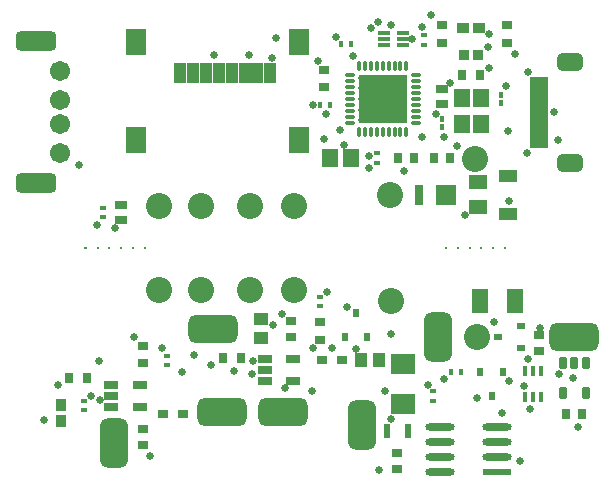
<source format=gbr>
G04*
G04 #@! TF.GenerationSoftware,Altium Limited,Altium Designer,24.9.1 (31)*
G04*
G04 Layer_Color=8388736*
%FSLAX44Y44*%
%MOMM*%
G71*
G04*
G04 #@! TF.SameCoordinates,4108D936-EA1F-4614-87FC-E1DBC89B4A7E*
G04*
G04*
G04 #@! TF.FilePolarity,Negative*
G04*
G01*
G75*
%ADD20R,0.5590X0.7240*%
%ADD24R,0.8121X0.6587*%
%ADD25R,0.4000X0.5000*%
%ADD26R,0.8000X0.9000*%
%ADD27R,0.9000X0.8000*%
%ADD28R,0.6587X0.8121*%
%ADD29R,0.5000X0.4000*%
%ADD30R,0.9582X1.1061*%
%ADD31R,0.9000X0.8000*%
G04:AMPARAMS|DCode=32|XSize=2.4692mm|YSize=0.6221mm|CornerRadius=0.3111mm|HoleSize=0mm|Usage=FLASHONLY|Rotation=180.000|XOffset=0mm|YOffset=0mm|HoleType=Round|Shape=RoundedRectangle|*
%AMROUNDEDRECTD32*
21,1,2.4692,0.0000,0,0,180.0*
21,1,1.8470,0.6221,0,0,180.0*
1,1,0.6221,-0.9235,0.0000*
1,1,0.6221,0.9235,0.0000*
1,1,0.6221,0.9235,0.0000*
1,1,0.6221,-0.9235,0.0000*
%
%ADD32ROUNDEDRECTD32*%
%ADD33R,2.4692X0.6221*%
%ADD34R,1.6000X1.0000*%
%ADD35R,0.6000X1.2500*%
%ADD40R,1.1061X0.9582*%
%ADD41R,0.9900X0.3000*%
%ADD42R,1.4546X1.5562*%
%ADD44R,0.4627X0.5541*%
%ADD46R,0.8061X0.8582*%
%ADD49R,0.7240X0.5590*%
%ADD50R,1.6032X0.5032*%
%ADD51R,1.6532X2.2032*%
%ADD52R,1.0032X1.7032*%
%ADD53R,2.1032X1.6532*%
%ADD54R,1.3532X2.0032*%
%ADD55R,1.1032X1.2532*%
%ADD56R,0.4000X0.9000*%
%ADD57R,1.0032X0.8032*%
G04:AMPARAMS|DCode=58|XSize=0.7532mm|YSize=1.0032mm|CornerRadius=0.1511mm|HoleSize=0mm|Usage=FLASHONLY|Rotation=0.000|XOffset=0mm|YOffset=0mm|HoleType=Round|Shape=RoundedRectangle|*
%AMROUNDEDRECTD58*
21,1,0.7532,0.7010,0,0,0.0*
21,1,0.4510,1.0032,0,0,0.0*
1,1,0.3022,0.2255,-0.3505*
1,1,0.3022,-0.2255,-0.3505*
1,1,0.3022,-0.2255,0.3505*
1,1,0.3022,0.2255,0.3505*
%
%ADD58ROUNDEDRECTD58*%
%ADD59R,1.2032X0.8032*%
%ADD60R,1.1532X1.1032*%
%ADD61R,1.5032X1.3032*%
%ADD62R,4.1000X4.1000*%
G04:AMPARAMS|DCode=63|XSize=0.28mm|YSize=0.9mm|CornerRadius=0.14mm|HoleSize=0mm|Usage=FLASHONLY|Rotation=270.000|XOffset=0mm|YOffset=0mm|HoleType=Round|Shape=RoundedRectangle|*
%AMROUNDEDRECTD63*
21,1,0.2800,0.6200,0,0,270.0*
21,1,0.0000,0.9000,0,0,270.0*
1,1,0.2800,-0.3100,0.0000*
1,1,0.2800,-0.3100,0.0000*
1,1,0.2800,0.3100,0.0000*
1,1,0.2800,0.3100,0.0000*
%
%ADD63ROUNDEDRECTD63*%
G04:AMPARAMS|DCode=64|XSize=0.9mm|YSize=0.28mm|CornerRadius=0.14mm|HoleSize=0mm|Usage=FLASHONLY|Rotation=270.000|XOffset=0mm|YOffset=0mm|HoleType=Round|Shape=RoundedRectangle|*
%AMROUNDEDRECTD64*
21,1,0.9000,0.0000,0,0,270.0*
21,1,0.6200,0.2800,0,0,270.0*
1,1,0.2800,0.0000,-0.3100*
1,1,0.2800,0.0000,0.3100*
1,1,0.2800,0.0000,0.3100*
1,1,0.2800,0.0000,-0.3100*
%
%ADD64ROUNDEDRECTD64*%
%ADD65R,1.3532X1.6032*%
%ADD66R,0.7032X1.7272*%
%ADD67R,1.7272X1.7272*%
G04:AMPARAMS|DCode=68|XSize=2.2032mm|YSize=1.5032mm|CornerRadius=0.4266mm|HoleSize=0mm|Usage=FLASHONLY|Rotation=180.000|XOffset=0mm|YOffset=0mm|HoleType=Round|Shape=RoundedRectangle|*
%AMROUNDEDRECTD68*
21,1,2.2032,0.6500,0,0,180.0*
21,1,1.3500,1.5032,0,0,180.0*
1,1,0.8532,-0.6750,0.3250*
1,1,0.8532,0.6750,0.3250*
1,1,0.8532,0.6750,-0.3250*
1,1,0.8532,-0.6750,-0.3250*
%
%ADD68ROUNDEDRECTD68*%
%ADD69C,1.7032*%
%ADD70C,0.2032*%
G04:AMPARAMS|DCode=71|XSize=4.2032mm|YSize=2.4032mm|CornerRadius=0.6516mm|HoleSize=0mm|Usage=FLASHONLY|Rotation=90.000|XOffset=0mm|YOffset=0mm|HoleType=Round|Shape=RoundedRectangle|*
%AMROUNDEDRECTD71*
21,1,4.2032,1.1000,0,0,90.0*
21,1,2.9000,2.4032,0,0,90.0*
1,1,1.3032,0.5500,1.4500*
1,1,1.3032,0.5500,-1.4500*
1,1,1.3032,-0.5500,-1.4500*
1,1,1.3032,-0.5500,1.4500*
%
%ADD71ROUNDEDRECTD71*%
G04:AMPARAMS|DCode=72|XSize=3.4532mm|YSize=1.7032mm|CornerRadius=0.4766mm|HoleSize=0mm|Usage=FLASHONLY|Rotation=0.000|XOffset=0mm|YOffset=0mm|HoleType=Round|Shape=RoundedRectangle|*
%AMROUNDEDRECTD72*
21,1,3.4532,0.7500,0,0,0.0*
21,1,2.5000,1.7032,0,0,0.0*
1,1,0.9532,1.2500,-0.3750*
1,1,0.9532,-1.2500,-0.3750*
1,1,0.9532,-1.2500,0.3750*
1,1,0.9532,1.2500,0.3750*
%
%ADD72ROUNDEDRECTD72*%
G04:AMPARAMS|DCode=73|XSize=4.2032mm|YSize=2.4032mm|CornerRadius=0.6516mm|HoleSize=0mm|Usage=FLASHONLY|Rotation=180.000|XOffset=0mm|YOffset=0mm|HoleType=Round|Shape=RoundedRectangle|*
%AMROUNDEDRECTD73*
21,1,4.2032,1.1000,0,0,180.0*
21,1,2.9000,2.4032,0,0,180.0*
1,1,1.3032,-1.4500,0.5500*
1,1,1.3032,1.4500,0.5500*
1,1,1.3032,1.4500,-0.5500*
1,1,1.3032,-1.4500,-0.5500*
%
%ADD73ROUNDEDRECTD73*%
%ADD74C,0.6532*%
%ADD75C,0.5000*%
%ADD76C,2.2032*%
D20*
X21190Y-170435D02*
D03*
X30690Y-190125D02*
D03*
X11690D02*
D03*
X136190Y-240125D02*
D03*
X126690Y-220435D02*
D03*
X145690D02*
D03*
D24*
X-33810Y-190047D02*
D03*
Y-176513D02*
D03*
X176190Y-188513D02*
D03*
Y-202047D02*
D03*
X-158810Y-268513D02*
D03*
Y-282047D02*
D03*
X56190Y-288513D02*
D03*
Y-302047D02*
D03*
D25*
X102190Y-220280D02*
D03*
X110190D02*
D03*
X-9000Y6000D02*
D03*
X-1000D02*
D03*
X9000Y58000D02*
D03*
X17000D02*
D03*
D26*
X-91310Y-208280D02*
D03*
X-76310D02*
D03*
X-221310Y-225280D02*
D03*
X-206310D02*
D03*
X111500Y31000D02*
D03*
X126500D02*
D03*
D27*
X-8810Y-192780D02*
D03*
Y-177780D02*
D03*
X-158810Y-197780D02*
D03*
Y-212780D02*
D03*
X149000Y58500D02*
D03*
Y73500D02*
D03*
X-6000Y21000D02*
D03*
Y36000D02*
D03*
X94000Y73500D02*
D03*
Y58500D02*
D03*
D28*
X212957Y-255280D02*
D03*
X199423D02*
D03*
X70767Y-39000D02*
D03*
X57233D02*
D03*
X100767D02*
D03*
X87233D02*
D03*
D29*
X86190Y-236280D02*
D03*
Y-244280D02*
D03*
X-8810Y-156280D02*
D03*
Y-164280D02*
D03*
X-208810Y-252519D02*
D03*
Y-244519D02*
D03*
X-138810Y-206280D02*
D03*
Y-214280D02*
D03*
X-193000Y-89000D02*
D03*
Y-81000D02*
D03*
X79000Y65000D02*
D03*
Y57000D02*
D03*
X39000Y-43000D02*
D03*
Y-35000D02*
D03*
D30*
X-228000Y-261761D02*
D03*
Y-248239D02*
D03*
D31*
X-142310Y-255280D02*
D03*
X-125310D02*
D03*
X9690Y-210280D02*
D03*
X-7310D02*
D03*
D32*
X92054Y-304330D02*
D03*
Y-291630D02*
D03*
Y-278930D02*
D03*
Y-266230D02*
D03*
X140326D02*
D03*
Y-278930D02*
D03*
Y-291630D02*
D03*
D33*
Y-304330D02*
D03*
D34*
X150000Y-86000D02*
D03*
Y-54000D02*
D03*
D35*
X47190Y-270280D02*
D03*
X65190D02*
D03*
D40*
X112239Y71000D02*
D03*
X125761D02*
D03*
D41*
X44950Y57000D02*
D03*
Y62000D02*
D03*
Y67000D02*
D03*
X61050D02*
D03*
Y62000D02*
D03*
Y57000D02*
D03*
D42*
X-1000Y-39000D02*
D03*
X17516D02*
D03*
D44*
X94000Y-12543D02*
D03*
Y-5457D02*
D03*
X144000Y14543D02*
D03*
Y7457D02*
D03*
D46*
X112989Y48000D02*
D03*
X125011D02*
D03*
D49*
X141345Y-190280D02*
D03*
X161035Y-180780D02*
D03*
Y-199780D02*
D03*
D50*
X176700Y27500D02*
D03*
Y22500D02*
D03*
Y17500D02*
D03*
Y12500D02*
D03*
Y7500D02*
D03*
Y2500D02*
D03*
Y-2500D02*
D03*
Y-7500D02*
D03*
Y-12500D02*
D03*
Y-17500D02*
D03*
Y-22500D02*
D03*
Y-27500D02*
D03*
D51*
X-27250Y-23500D02*
D03*
X-164750D02*
D03*
X-27250Y59500D02*
D03*
X-164750D02*
D03*
D52*
X-128050Y33500D02*
D03*
X-117050D02*
D03*
X-106050D02*
D03*
X-95050D02*
D03*
X-84050D02*
D03*
X-73050D02*
D03*
X-62050D02*
D03*
X-51050D02*
D03*
D53*
X61190Y-213530D02*
D03*
Y-247030D02*
D03*
D54*
X126690Y-160280D02*
D03*
X155690D02*
D03*
D55*
X25940Y-210280D02*
D03*
X40440D02*
D03*
D56*
X177690Y-241280D02*
D03*
X171190D02*
D03*
X164690D02*
D03*
Y-219280D02*
D03*
X171190D02*
D03*
X177690D02*
D03*
D57*
X-178000Y-91500D02*
D03*
Y-78500D02*
D03*
X94000Y6500D02*
D03*
Y19500D02*
D03*
D58*
X215690Y-212530D02*
D03*
X206190D02*
D03*
X196690D02*
D03*
Y-238030D02*
D03*
X215690D02*
D03*
D59*
X-161810Y-230780D02*
D03*
Y-249780D02*
D03*
X-185810D02*
D03*
Y-240280D02*
D03*
Y-230780D02*
D03*
X-31810Y-208780D02*
D03*
Y-227780D02*
D03*
X-55810D02*
D03*
Y-218280D02*
D03*
Y-208780D02*
D03*
D60*
X-58810Y-175280D02*
D03*
Y-191280D02*
D03*
D61*
X125000Y-80500D02*
D03*
Y-59500D02*
D03*
D62*
X44000Y11000D02*
D03*
D63*
X72125Y31000D02*
D03*
Y26000D02*
D03*
Y21000D02*
D03*
Y16000D02*
D03*
Y11000D02*
D03*
Y6000D02*
D03*
Y1000D02*
D03*
Y-4000D02*
D03*
Y-9000D02*
D03*
X15875D02*
D03*
Y-4000D02*
D03*
Y1000D02*
D03*
Y6000D02*
D03*
Y11000D02*
D03*
Y16000D02*
D03*
Y21000D02*
D03*
Y26000D02*
D03*
Y31000D02*
D03*
D64*
X64000Y-17125D02*
D03*
X59000D02*
D03*
X54000D02*
D03*
X49000D02*
D03*
X44000D02*
D03*
X39000D02*
D03*
X34000D02*
D03*
X29000D02*
D03*
X24000D02*
D03*
Y39125D02*
D03*
X29000D02*
D03*
X34000D02*
D03*
X39000D02*
D03*
X44000D02*
D03*
X49000D02*
D03*
X54000D02*
D03*
X59000D02*
D03*
X64000D02*
D03*
D65*
X111000Y12000D02*
D03*
Y-10000D02*
D03*
X127000D02*
D03*
Y12000D02*
D03*
D66*
X75000Y-70000D02*
D03*
D67*
X97500D02*
D03*
D68*
X202700Y42700D02*
D03*
Y-42700D02*
D03*
D69*
X-229000Y-10000D02*
D03*
Y10000D02*
D03*
Y-35000D02*
D03*
Y35000D02*
D03*
D70*
X97500Y-115000D02*
D03*
X107500D02*
D03*
X117500D02*
D03*
X127500D02*
D03*
X137500D02*
D03*
X147500D02*
D03*
X-157500D02*
D03*
X-167500D02*
D03*
X-177500D02*
D03*
X-187500D02*
D03*
X-197500D02*
D03*
X-207500D02*
D03*
X-208000D02*
D03*
D71*
X26190Y-265280D02*
D03*
X91190Y-190280D02*
D03*
X-183810Y-280280D02*
D03*
D72*
X-250000Y-60000D02*
D03*
Y60000D02*
D03*
D73*
X-99810Y-183280D02*
D03*
X206190Y-190280D02*
D03*
X-40810Y-254280D02*
D03*
X-91810D02*
D03*
D74*
X8000Y-15000D02*
D03*
X193000Y-222000D02*
D03*
X164000Y-232000D02*
D03*
X151000Y-228000D02*
D03*
X18438Y47562D02*
D03*
X32000Y-47000D02*
D03*
X-116000Y-206000D02*
D03*
X41000Y-303000D02*
D03*
X1000Y-200000D02*
D03*
X51000Y-188000D02*
D03*
X82000Y-231000D02*
D03*
X96000Y-226000D02*
D03*
X124000Y-242000D02*
D03*
X138000Y-178000D02*
D03*
X177000Y-183000D02*
D03*
X167000Y-209000D02*
D03*
X205000Y-225000D02*
D03*
X209000Y-267000D02*
D03*
X169000Y-251000D02*
D03*
X145000Y-255000D02*
D03*
X160000Y-295000D02*
D03*
X-16000Y-236000D02*
D03*
X51000Y-260000D02*
D03*
X46000Y-236000D02*
D03*
X14000Y-165000D02*
D03*
X-3000Y-152000D02*
D03*
X21000Y-201000D02*
D03*
X-15000Y-200000D02*
D03*
X-41000Y-171000D02*
D03*
X-49000Y-180000D02*
D03*
X-39000Y-234000D02*
D03*
X-67000Y-222000D02*
D03*
X-126000Y-220000D02*
D03*
X-66000Y-211000D02*
D03*
X-82000Y-219000D02*
D03*
X-101000Y-214000D02*
D03*
X-143000Y-200000D02*
D03*
X-167000Y-190000D02*
D03*
X-153000Y-291000D02*
D03*
X-195000Y-244000D02*
D03*
X-203000Y-240000D02*
D03*
X-231000Y-231000D02*
D03*
X-243000Y-261000D02*
D03*
X-196000Y-211000D02*
D03*
X-183000Y-98000D02*
D03*
X-198000Y-96000D02*
D03*
X77000Y-21000D02*
D03*
X4000Y64000D02*
D03*
X192000Y-24000D02*
D03*
X150000Y-16000D02*
D03*
X189000Y0D02*
D03*
X134000Y66000D02*
D03*
X101000Y25000D02*
D03*
X89000Y-2000D02*
D03*
X32000Y-37000D02*
D03*
X-4000Y-2000D02*
D03*
X34070Y71000D02*
D03*
X-5713Y-22480D02*
D03*
X107000Y-29000D02*
D03*
X62000Y-50000D02*
D03*
X50675Y74000D02*
D03*
X40000Y76000D02*
D03*
X151000Y-75000D02*
D03*
X114000Y-87000D02*
D03*
X167000Y34000D02*
D03*
X166000Y-35000D02*
D03*
X156000Y49000D02*
D03*
X148000Y22000D02*
D03*
X96000Y-21000D02*
D03*
X134000Y37000D02*
D03*
X133000Y55000D02*
D03*
X77000Y72000D02*
D03*
X85000Y82000D02*
D03*
X-50000Y46000D02*
D03*
X-46000Y63000D02*
D03*
X11000Y-28000D02*
D03*
X-69000Y48000D02*
D03*
X-99000D02*
D03*
X69000Y62000D02*
D03*
X-11000Y43000D02*
D03*
X-15000Y6000D02*
D03*
X-213000Y-45000D02*
D03*
D75*
X26000Y-7000D02*
D03*
Y2000D02*
D03*
Y11000D02*
D03*
Y20000D02*
D03*
Y29000D02*
D03*
X35000Y-7000D02*
D03*
Y2000D02*
D03*
Y11000D02*
D03*
Y20000D02*
D03*
Y29000D02*
D03*
X44000Y-7000D02*
D03*
Y2000D02*
D03*
Y11000D02*
D03*
Y20000D02*
D03*
Y29000D02*
D03*
X53000Y-7000D02*
D03*
Y2000D02*
D03*
Y11000D02*
D03*
Y20000D02*
D03*
Y29000D02*
D03*
X62000Y-7000D02*
D03*
Y2000D02*
D03*
Y11000D02*
D03*
Y20000D02*
D03*
Y29000D02*
D03*
D76*
X-109810Y-150280D02*
D03*
X-68810D02*
D03*
X-145810D02*
D03*
X51190Y-160280D02*
D03*
X-30810Y-150280D02*
D03*
X123690Y-190280D02*
D03*
X-30812Y-79724D02*
D03*
X-68812D02*
D03*
X-109812D02*
D03*
X-145812D02*
D03*
X122500Y-40000D02*
D03*
X50000Y-70000D02*
D03*
M02*

</source>
